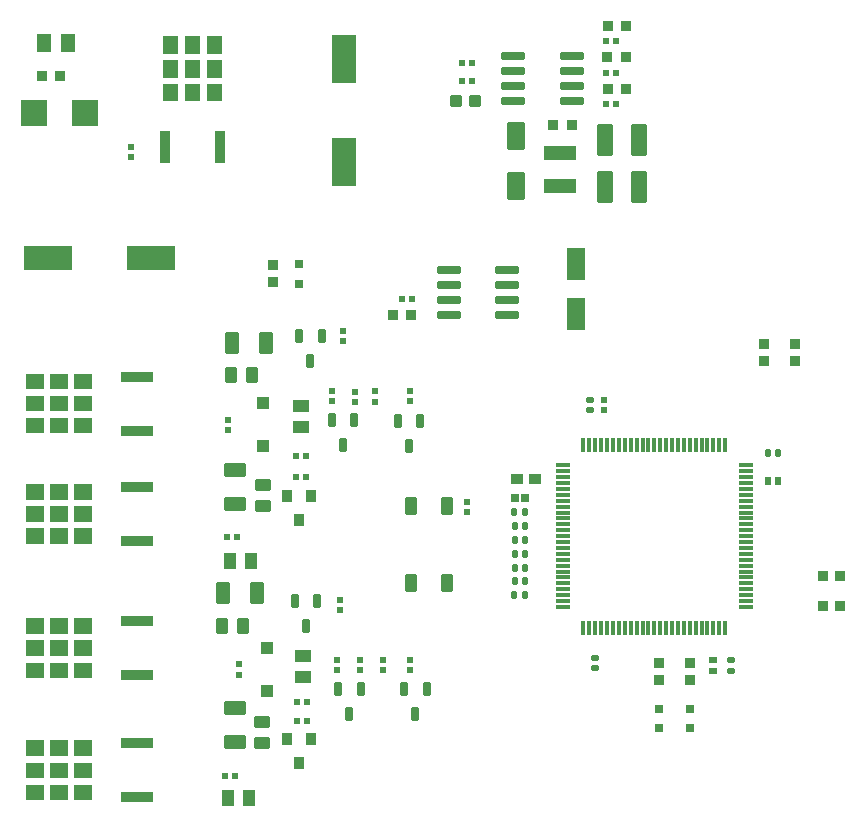
<source format=gtp>
G04*
G04 #@! TF.GenerationSoftware,Altium Limited,Altium Designer,24.2.2 (26)*
G04*
G04 Layer_Color=8421504*
%FSLAX44Y44*%
%MOMM*%
G71*
G04*
G04 #@! TF.SameCoordinates,F3FA609E-1BF8-4CEC-B42F-6BA8E99BA353*
G04*
G04*
G04 #@! TF.FilePolarity,Positive*
G04*
G01*
G75*
%ADD19R,0.3200X1.2000*%
%ADD20R,1.2000X0.3200*%
%ADD21R,1.0000X1.0000*%
%ADD22R,1.2500X1.5000*%
%ADD23R,2.8300X0.9700*%
%ADD24R,0.9700X2.8300*%
G04:AMPARAMS|DCode=25|XSize=1.55mm|YSize=1mm|CornerRadius=0.125mm|HoleSize=0mm|Usage=FLASHONLY|Rotation=270.000|XOffset=0mm|YOffset=0mm|HoleType=Round|Shape=RoundedRectangle|*
%AMROUNDEDRECTD25*
21,1,1.5500,0.7500,0,0,270.0*
21,1,1.3000,1.0000,0,0,270.0*
1,1,0.2500,-0.3750,-0.6500*
1,1,0.2500,-0.3750,0.6500*
1,1,0.2500,0.3750,0.6500*
1,1,0.2500,0.3750,-0.6500*
%
%ADD25ROUNDEDRECTD25*%
%ADD26R,0.8000X0.8000*%
%ADD27R,0.5600X0.6000*%
%ADD28R,0.6000X0.5600*%
G04:AMPARAMS|DCode=29|XSize=1.97mm|YSize=0.6mm|CornerRadius=0.075mm|HoleSize=0mm|Usage=FLASHONLY|Rotation=180.000|XOffset=0mm|YOffset=0mm|HoleType=Round|Shape=RoundedRectangle|*
%AMROUNDEDRECTD29*
21,1,1.9700,0.4500,0,0,180.0*
21,1,1.8200,0.6000,0,0,180.0*
1,1,0.1500,-0.9100,0.2250*
1,1,0.1500,0.9100,0.2250*
1,1,0.1500,0.9100,-0.2250*
1,1,0.1500,-0.9100,-0.2250*
%
%ADD29ROUNDEDRECTD29*%
%ADD30R,2.7200X1.3000*%
%ADD31R,1.0000X0.9700*%
G04:AMPARAMS|DCode=32|XSize=1.23mm|YSize=0.6mm|CornerRadius=0.15mm|HoleSize=0mm|Usage=FLASHONLY|Rotation=270.000|XOffset=0mm|YOffset=0mm|HoleType=Round|Shape=RoundedRectangle|*
%AMROUNDEDRECTD32*
21,1,1.2300,0.3000,0,0,270.0*
21,1,0.9300,0.6000,0,0,270.0*
1,1,0.3000,-0.1500,-0.4650*
1,1,0.3000,-0.1500,0.4650*
1,1,0.3000,0.1500,0.4650*
1,1,0.3000,0.1500,-0.4650*
%
%ADD32ROUNDEDRECTD32*%
%ADD33R,2.2800X2.2800*%
%ADD34R,0.9500X0.9500*%
%ADD35R,0.9500X0.9500*%
%ADD36R,1.3500X1.0000*%
%ADD37R,1.0000X1.3500*%
%ADD38R,1.6000X2.8000*%
%ADD39R,0.8500X1.0000*%
G04:AMPARAMS|DCode=40|XSize=2.33mm|YSize=1.55mm|CornerRadius=0.1938mm|HoleSize=0mm|Usage=FLASHONLY|Rotation=270.000|XOffset=0mm|YOffset=0mm|HoleType=Round|Shape=RoundedRectangle|*
%AMROUNDEDRECTD40*
21,1,2.3300,1.1625,0,0,270.0*
21,1,1.9425,1.5500,0,0,270.0*
1,1,0.3875,-0.5813,-0.9712*
1,1,0.3875,-0.5813,0.9712*
1,1,0.3875,0.5813,0.9712*
1,1,0.3875,0.5813,-0.9712*
%
%ADD40ROUNDEDRECTD40*%
G04:AMPARAMS|DCode=41|XSize=1.37mm|YSize=2.72mm|CornerRadius=0.1713mm|HoleSize=0mm|Usage=FLASHONLY|Rotation=180.000|XOffset=0mm|YOffset=0mm|HoleType=Round|Shape=RoundedRectangle|*
%AMROUNDEDRECTD41*
21,1,1.3700,2.3775,0,0,180.0*
21,1,1.0275,2.7200,0,0,180.0*
1,1,0.3425,-0.5138,1.1888*
1,1,0.3425,0.5138,1.1888*
1,1,0.3425,0.5138,-1.1888*
1,1,0.3425,-0.5138,-1.1888*
%
%ADD41ROUNDEDRECTD41*%
G04:AMPARAMS|DCode=42|XSize=1.05mm|YSize=1.38mm|CornerRadius=0.1313mm|HoleSize=0mm|Usage=FLASHONLY|Rotation=180.000|XOffset=0mm|YOffset=0mm|HoleType=Round|Shape=RoundedRectangle|*
%AMROUNDEDRECTD42*
21,1,1.0500,1.1175,0,0,180.0*
21,1,0.7875,1.3800,0,0,180.0*
1,1,0.2625,-0.3938,0.5587*
1,1,0.2625,0.3938,0.5587*
1,1,0.2625,0.3938,-0.5587*
1,1,0.2625,-0.3938,-0.5587*
%
%ADD42ROUNDEDRECTD42*%
G04:AMPARAMS|DCode=43|XSize=1.05mm|YSize=1.38mm|CornerRadius=0.1313mm|HoleSize=0mm|Usage=FLASHONLY|Rotation=90.000|XOffset=0mm|YOffset=0mm|HoleType=Round|Shape=RoundedRectangle|*
%AMROUNDEDRECTD43*
21,1,1.0500,1.1175,0,0,90.0*
21,1,0.7875,1.3800,0,0,90.0*
1,1,0.2625,0.5587,0.3938*
1,1,0.2625,0.5587,-0.3938*
1,1,0.2625,-0.5587,-0.3938*
1,1,0.2625,-0.5587,0.3938*
%
%ADD43ROUNDEDRECTD43*%
%ADD44R,2.0000X4.1000*%
%ADD45R,4.1000X2.0000*%
G04:AMPARAMS|DCode=46|XSize=0.54mm|YSize=0.6mm|CornerRadius=0.0675mm|HoleSize=0mm|Usage=FLASHONLY|Rotation=0.000|XOffset=0mm|YOffset=0mm|HoleType=Round|Shape=RoundedRectangle|*
%AMROUNDEDRECTD46*
21,1,0.5400,0.4650,0,0,0.0*
21,1,0.4050,0.6000,0,0,0.0*
1,1,0.1350,0.2025,-0.2325*
1,1,0.1350,-0.2025,-0.2325*
1,1,0.1350,-0.2025,0.2325*
1,1,0.1350,0.2025,0.2325*
%
%ADD46ROUNDEDRECTD46*%
G04:AMPARAMS|DCode=47|XSize=0.54mm|YSize=0.6mm|CornerRadius=0.0675mm|HoleSize=0mm|Usage=FLASHONLY|Rotation=90.000|XOffset=0mm|YOffset=0mm|HoleType=Round|Shape=RoundedRectangle|*
%AMROUNDEDRECTD47*
21,1,0.5400,0.4650,0,0,90.0*
21,1,0.4050,0.6000,0,0,90.0*
1,1,0.1350,0.2325,0.2025*
1,1,0.1350,0.2325,-0.2025*
1,1,0.1350,-0.2325,-0.2025*
1,1,0.1350,-0.2325,0.2025*
%
%ADD47ROUNDEDRECTD47*%
G04:AMPARAMS|DCode=48|XSize=0.94mm|YSize=1.02mm|CornerRadius=0.1175mm|HoleSize=0mm|Usage=FLASHONLY|Rotation=0.000|XOffset=0mm|YOffset=0mm|HoleType=Round|Shape=RoundedRectangle|*
%AMROUNDEDRECTD48*
21,1,0.9400,0.7850,0,0,0.0*
21,1,0.7050,1.0200,0,0,0.0*
1,1,0.2350,0.3525,-0.3925*
1,1,0.2350,-0.3525,-0.3925*
1,1,0.2350,-0.3525,0.3925*
1,1,0.2350,0.3525,0.3925*
%
%ADD48ROUNDEDRECTD48*%
G04:AMPARAMS|DCode=49|XSize=0.87mm|YSize=0.93mm|CornerRadius=0.1088mm|HoleSize=0mm|Usage=FLASHONLY|Rotation=0.000|XOffset=0mm|YOffset=0mm|HoleType=Round|Shape=RoundedRectangle|*
%AMROUNDEDRECTD49*
21,1,0.8700,0.7125,0,0,0.0*
21,1,0.6525,0.9300,0,0,0.0*
1,1,0.2175,0.3263,-0.3563*
1,1,0.2175,-0.3263,-0.3563*
1,1,0.2175,-0.3263,0.3563*
1,1,0.2175,0.3263,0.3563*
%
%ADD49ROUNDEDRECTD49*%
G04:AMPARAMS|DCode=50|XSize=0.64mm|YSize=0.72mm|CornerRadius=0.08mm|HoleSize=0mm|Usage=FLASHONLY|Rotation=0.000|XOffset=0mm|YOffset=0mm|HoleType=Round|Shape=RoundedRectangle|*
%AMROUNDEDRECTD50*
21,1,0.6400,0.5600,0,0,0.0*
21,1,0.4800,0.7200,0,0,0.0*
1,1,0.1600,0.2400,-0.2800*
1,1,0.1600,-0.2400,-0.2800*
1,1,0.1600,-0.2400,0.2800*
1,1,0.1600,0.2400,0.2800*
%
%ADD50ROUNDEDRECTD50*%
G04:AMPARAMS|DCode=51|XSize=0.56mm|YSize=0.63mm|CornerRadius=0.07mm|HoleSize=0mm|Usage=FLASHONLY|Rotation=180.000|XOffset=0mm|YOffset=0mm|HoleType=Round|Shape=RoundedRectangle|*
%AMROUNDEDRECTD51*
21,1,0.5600,0.4900,0,0,180.0*
21,1,0.4200,0.6300,0,0,180.0*
1,1,0.1400,-0.2100,0.2450*
1,1,0.1400,0.2100,0.2450*
1,1,0.1400,0.2100,-0.2450*
1,1,0.1400,-0.2100,-0.2450*
%
%ADD51ROUNDEDRECTD51*%
G04:AMPARAMS|DCode=52|XSize=0.56mm|YSize=0.63mm|CornerRadius=0.07mm|HoleSize=0mm|Usage=FLASHONLY|Rotation=90.000|XOffset=0mm|YOffset=0mm|HoleType=Round|Shape=RoundedRectangle|*
%AMROUNDEDRECTD52*
21,1,0.5600,0.4900,0,0,90.0*
21,1,0.4200,0.6300,0,0,90.0*
1,1,0.1400,0.2450,0.2100*
1,1,0.1400,0.2450,-0.2100*
1,1,0.1400,-0.2450,-0.2100*
1,1,0.1400,-0.2450,0.2100*
%
%ADD52ROUNDEDRECTD52*%
G04:AMPARAMS|DCode=53|XSize=1.2mm|YSize=1.82mm|CornerRadius=0.15mm|HoleSize=0mm|Usage=FLASHONLY|Rotation=180.000|XOffset=0mm|YOffset=0mm|HoleType=Round|Shape=RoundedRectangle|*
%AMROUNDEDRECTD53*
21,1,1.2000,1.5200,0,0,180.0*
21,1,0.9000,1.8200,0,0,180.0*
1,1,0.3000,-0.4500,0.7600*
1,1,0.3000,0.4500,0.7600*
1,1,0.3000,0.4500,-0.7600*
1,1,0.3000,-0.4500,-0.7600*
%
%ADD53ROUNDEDRECTD53*%
G04:AMPARAMS|DCode=54|XSize=1.2mm|YSize=1.82mm|CornerRadius=0.15mm|HoleSize=0mm|Usage=FLASHONLY|Rotation=270.000|XOffset=0mm|YOffset=0mm|HoleType=Round|Shape=RoundedRectangle|*
%AMROUNDEDRECTD54*
21,1,1.2000,1.5200,0,0,270.0*
21,1,0.9000,1.8200,0,0,270.0*
1,1,0.3000,-0.7600,-0.4500*
1,1,0.3000,-0.7600,0.4500*
1,1,0.3000,0.7600,0.4500*
1,1,0.3000,0.7600,-0.4500*
%
%ADD54ROUNDEDRECTD54*%
G36*
X815350Y1093100D02*
X802250D01*
Y1107700D01*
X815350D01*
Y1093100D01*
D02*
G37*
G36*
X796550D02*
X783450D01*
Y1107700D01*
X796550D01*
Y1093100D01*
D02*
G37*
G36*
X777750D02*
X764650D01*
Y1107700D01*
X777750D01*
Y1093100D01*
D02*
G37*
G36*
X815350Y1072800D02*
X802250D01*
Y1087400D01*
X815350D01*
Y1072800D01*
D02*
G37*
G36*
X796550D02*
X783450D01*
Y1087400D01*
X796550D01*
Y1072800D01*
D02*
G37*
G36*
X777750D02*
X764650D01*
Y1087400D01*
X777750D01*
Y1072800D01*
D02*
G37*
G36*
X815350Y1052500D02*
X802250D01*
Y1067100D01*
X815350D01*
Y1052500D01*
D02*
G37*
G36*
X796550D02*
X783450D01*
Y1067100D01*
X796550D01*
Y1052500D01*
D02*
G37*
G36*
X777750D02*
X764650D01*
Y1067100D01*
X777750D01*
Y1052500D01*
D02*
G37*
G36*
X704500Y809000D02*
X689900D01*
Y822100D01*
X704500D01*
Y809000D01*
D02*
G37*
G36*
X684200D02*
X669600D01*
Y822100D01*
X684200D01*
Y809000D01*
D02*
G37*
G36*
X663900D02*
X649300D01*
Y822100D01*
X663900D01*
Y809000D01*
D02*
G37*
G36*
X704500Y790200D02*
X689900D01*
Y803300D01*
X704500D01*
Y790200D01*
D02*
G37*
G36*
X684200D02*
X669600D01*
Y803300D01*
X684200D01*
Y790200D01*
D02*
G37*
G36*
X663900D02*
X649300D01*
Y803300D01*
X663900D01*
Y790200D01*
D02*
G37*
G36*
X704500Y771400D02*
X689900D01*
Y784500D01*
X704500D01*
Y771400D01*
D02*
G37*
G36*
X684200D02*
X669600D01*
Y784500D01*
X684200D01*
Y771400D01*
D02*
G37*
G36*
X663900D02*
X649300D01*
Y784500D01*
X663900D01*
Y771400D01*
D02*
G37*
G36*
X704500Y715500D02*
X689900D01*
Y728600D01*
X704500D01*
Y715500D01*
D02*
G37*
G36*
X684200D02*
X669600D01*
Y728600D01*
X684200D01*
Y715500D01*
D02*
G37*
G36*
X663900D02*
X649300D01*
Y728600D01*
X663900D01*
Y715500D01*
D02*
G37*
G36*
X704500Y696700D02*
X689900D01*
Y709800D01*
X704500D01*
Y696700D01*
D02*
G37*
G36*
X684200D02*
X669600D01*
Y709800D01*
X684200D01*
Y696700D01*
D02*
G37*
G36*
X663900D02*
X649300D01*
Y709800D01*
X663900D01*
Y696700D01*
D02*
G37*
G36*
X704500Y677900D02*
X689900D01*
Y691000D01*
X704500D01*
Y677900D01*
D02*
G37*
G36*
X684200D02*
X669600D01*
Y691000D01*
X684200D01*
Y677900D01*
D02*
G37*
G36*
X663900D02*
X649300D01*
Y691000D01*
X663900D01*
Y677900D01*
D02*
G37*
G36*
X704500Y602000D02*
X689900D01*
Y615100D01*
X704500D01*
Y602000D01*
D02*
G37*
G36*
X684200D02*
X669600D01*
Y615100D01*
X684200D01*
Y602000D01*
D02*
G37*
G36*
X663900D02*
X649300D01*
Y615100D01*
X663900D01*
Y602000D01*
D02*
G37*
G36*
X704500Y583200D02*
X689900D01*
Y596300D01*
X704500D01*
Y583200D01*
D02*
G37*
G36*
X684200D02*
X669600D01*
Y596300D01*
X684200D01*
Y583200D01*
D02*
G37*
G36*
X663900D02*
X649300D01*
Y596300D01*
X663900D01*
Y583200D01*
D02*
G37*
G36*
X704500Y564400D02*
X689900D01*
Y577500D01*
X704500D01*
Y564400D01*
D02*
G37*
G36*
X684200D02*
X669600D01*
Y577500D01*
X684200D01*
Y564400D01*
D02*
G37*
G36*
X663900D02*
X649300D01*
Y577500D01*
X663900D01*
Y564400D01*
D02*
G37*
G36*
X704500Y498500D02*
X689900D01*
Y511600D01*
X704500D01*
Y498500D01*
D02*
G37*
G36*
X684200D02*
X669600D01*
Y511600D01*
X684200D01*
Y498500D01*
D02*
G37*
G36*
X663900D02*
X649300D01*
Y511600D01*
X663900D01*
Y498500D01*
D02*
G37*
G36*
X704500Y479700D02*
X689900D01*
Y492800D01*
X704500D01*
Y479700D01*
D02*
G37*
G36*
X684200D02*
X669600D01*
Y492800D01*
X684200D01*
Y479700D01*
D02*
G37*
G36*
X663900D02*
X649300D01*
Y492800D01*
X663900D01*
Y479700D01*
D02*
G37*
G36*
X704500Y460900D02*
X689900D01*
Y474000D01*
X704500D01*
Y460900D01*
D02*
G37*
G36*
X684200D02*
X669600D01*
Y474000D01*
X684200D01*
Y460900D01*
D02*
G37*
G36*
X663900D02*
X649300D01*
Y474000D01*
X663900D01*
Y460900D01*
D02*
G37*
D19*
X1121000Y762000D02*
D03*
X1126000D02*
D03*
X1131000D02*
D03*
X1136000D02*
D03*
X1141000D02*
D03*
X1146000D02*
D03*
X1151000D02*
D03*
X1156000D02*
D03*
X1161000D02*
D03*
X1166000D02*
D03*
X1171000D02*
D03*
X1176000D02*
D03*
X1181000D02*
D03*
X1186000D02*
D03*
X1191000D02*
D03*
X1196000D02*
D03*
X1201000D02*
D03*
X1206000D02*
D03*
X1211000D02*
D03*
X1216000D02*
D03*
X1221000D02*
D03*
X1226000D02*
D03*
X1231000D02*
D03*
X1236000D02*
D03*
X1241000D02*
D03*
Y607000D02*
D03*
X1236000D02*
D03*
X1231000D02*
D03*
X1226000D02*
D03*
X1221000D02*
D03*
X1216000D02*
D03*
X1211000D02*
D03*
X1206000D02*
D03*
X1201000D02*
D03*
X1196000D02*
D03*
X1191000D02*
D03*
X1186000D02*
D03*
X1181000D02*
D03*
X1176000D02*
D03*
X1171000D02*
D03*
X1166000D02*
D03*
X1161000D02*
D03*
X1156000D02*
D03*
X1151000D02*
D03*
X1146000D02*
D03*
X1141000D02*
D03*
X1136000D02*
D03*
X1131000D02*
D03*
X1126000D02*
D03*
X1121000D02*
D03*
D20*
X1258500Y744500D02*
D03*
Y739500D02*
D03*
Y734500D02*
D03*
Y729500D02*
D03*
Y724500D02*
D03*
Y719500D02*
D03*
Y714500D02*
D03*
Y709500D02*
D03*
Y704500D02*
D03*
Y699500D02*
D03*
Y694500D02*
D03*
Y689500D02*
D03*
Y684500D02*
D03*
Y679500D02*
D03*
Y674500D02*
D03*
Y669500D02*
D03*
Y664500D02*
D03*
Y659500D02*
D03*
Y654500D02*
D03*
Y649500D02*
D03*
Y644500D02*
D03*
Y639500D02*
D03*
Y634500D02*
D03*
Y629500D02*
D03*
Y624500D02*
D03*
X1103500D02*
D03*
Y629500D02*
D03*
Y634500D02*
D03*
Y639500D02*
D03*
Y644500D02*
D03*
Y649500D02*
D03*
Y654500D02*
D03*
Y659500D02*
D03*
Y664500D02*
D03*
Y669500D02*
D03*
Y674500D02*
D03*
Y679500D02*
D03*
Y684500D02*
D03*
Y689500D02*
D03*
Y694500D02*
D03*
Y699500D02*
D03*
Y704500D02*
D03*
Y709500D02*
D03*
Y714500D02*
D03*
Y719500D02*
D03*
Y724500D02*
D03*
Y729500D02*
D03*
Y734500D02*
D03*
Y739500D02*
D03*
Y744500D02*
D03*
D21*
X849751Y797000D02*
D03*
Y760500D02*
D03*
X853250Y553000D02*
D03*
Y589500D02*
D03*
D22*
X684500Y1102000D02*
D03*
X664000D02*
D03*
D23*
X743400Y773850D02*
D03*
Y819650D02*
D03*
Y566850D02*
D03*
Y612650D02*
D03*
Y463350D02*
D03*
Y509150D02*
D03*
Y680350D02*
D03*
Y726150D02*
D03*
D24*
X767100Y1013600D02*
D03*
X812900D02*
D03*
D25*
X1005250Y644972D02*
D03*
X975278Y710250D02*
D03*
X1005250D02*
D03*
X975278Y645226D02*
D03*
D26*
X880000Y898000D02*
D03*
Y914500D02*
D03*
X1185000Y521750D02*
D03*
Y538250D02*
D03*
X1211250Y522000D02*
D03*
Y538500D02*
D03*
D27*
X1148450Y1050500D02*
D03*
X1139750D02*
D03*
X1026750Y1084750D02*
D03*
X1018050D02*
D03*
X1139650Y1076250D02*
D03*
X1148350D02*
D03*
X1139650Y1103500D02*
D03*
X1148350D02*
D03*
X976200Y885350D02*
D03*
X967500D02*
D03*
X877401Y734500D02*
D03*
X886101D02*
D03*
X878051Y528000D02*
D03*
X886751D02*
D03*
X877401Y752750D02*
D03*
X886101D02*
D03*
X886850Y544000D02*
D03*
X878150D02*
D03*
X827851Y684000D02*
D03*
X819151D02*
D03*
X817646Y481750D02*
D03*
X826346D02*
D03*
X1026850Y1070250D02*
D03*
X1018150D02*
D03*
D28*
X1138750Y799850D02*
D03*
Y791150D02*
D03*
X1022750Y713750D02*
D03*
Y705050D02*
D03*
X820001Y782850D02*
D03*
Y774150D02*
D03*
X829751Y575850D02*
D03*
Y567150D02*
D03*
X917501Y858350D02*
D03*
Y849650D02*
D03*
X914501Y621650D02*
D03*
Y630350D02*
D03*
X927251Y798150D02*
D03*
Y806850D02*
D03*
X944501Y798400D02*
D03*
Y807100D02*
D03*
X951085Y571050D02*
D03*
Y579750D02*
D03*
X931668Y579850D02*
D03*
Y571150D02*
D03*
X908251Y798900D02*
D03*
Y807600D02*
D03*
X912251Y579850D02*
D03*
Y571150D02*
D03*
X974500Y570900D02*
D03*
Y579600D02*
D03*
Y798650D02*
D03*
Y807350D02*
D03*
X737500Y1013850D02*
D03*
Y1005150D02*
D03*
D29*
X1007000Y871950D02*
D03*
Y884650D02*
D03*
Y897350D02*
D03*
Y910050D02*
D03*
X1056500D02*
D03*
Y897350D02*
D03*
Y884650D02*
D03*
Y871950D02*
D03*
X1110950Y1053200D02*
D03*
Y1065900D02*
D03*
Y1078600D02*
D03*
Y1091300D02*
D03*
X1061550D02*
D03*
Y1078600D02*
D03*
Y1065900D02*
D03*
Y1053200D02*
D03*
D30*
X1101250Y1008850D02*
D03*
Y980650D02*
D03*
D31*
X1064900Y732750D02*
D03*
X1079600D02*
D03*
D32*
X889751Y832900D02*
D03*
X880251Y854100D02*
D03*
X899251D02*
D03*
X886001Y608400D02*
D03*
X876501Y629600D02*
D03*
X895501D02*
D03*
X922751Y534150D02*
D03*
X913251Y555350D02*
D03*
X932251D02*
D03*
X917251Y761550D02*
D03*
X907751Y782750D02*
D03*
X926751D02*
D03*
X978751Y533650D02*
D03*
X969251Y554850D02*
D03*
X988251D02*
D03*
X973251Y760900D02*
D03*
X963751Y782100D02*
D03*
X982751D02*
D03*
D33*
X655850Y1043000D02*
D03*
X699090D02*
D03*
D34*
X858000Y899250D02*
D03*
Y913750D02*
D03*
X1211000Y577250D02*
D03*
Y562750D02*
D03*
X1185000Y577250D02*
D03*
Y562750D02*
D03*
X1273500Y832750D02*
D03*
Y847250D02*
D03*
X1299750Y832750D02*
D03*
Y847250D02*
D03*
D35*
X1323500Y625250D02*
D03*
X1338000D02*
D03*
X1323500Y651000D02*
D03*
X1338000D02*
D03*
D36*
X881750Y776750D02*
D03*
Y794496D02*
D03*
X883250Y583000D02*
D03*
Y565254D02*
D03*
D37*
X821501Y663500D02*
D03*
X839247D02*
D03*
X837746Y462500D02*
D03*
X820000D02*
D03*
D38*
X1114250Y915250D02*
D03*
Y872250D02*
D03*
D39*
X870401Y513000D02*
D03*
X890001D02*
D03*
X880201Y492000D02*
D03*
X870401Y718750D02*
D03*
X890001D02*
D03*
X880201Y697750D02*
D03*
D40*
X1063500Y1023600D02*
D03*
Y980900D02*
D03*
D41*
X1167960Y1019750D02*
D03*
X1139540D02*
D03*
X1167960Y979750D02*
D03*
X1139540D02*
D03*
D42*
X840381Y820750D02*
D03*
X822621D02*
D03*
X832630Y608250D02*
D03*
X814870D02*
D03*
D43*
X849001Y509120D02*
D03*
Y526880D02*
D03*
X850001Y727880D02*
D03*
Y710120D02*
D03*
D44*
X918000Y1001500D02*
D03*
Y1088500D02*
D03*
D45*
X754750Y920000D02*
D03*
X667750D02*
D03*
D46*
X1062680Y646214D02*
D03*
X1071320D02*
D03*
X1062680Y657929D02*
D03*
X1071320D02*
D03*
X1062430Y704786D02*
D03*
X1071070D02*
D03*
X1062680Y693072D02*
D03*
X1071320D02*
D03*
X1285500Y755000D02*
D03*
X1276860D02*
D03*
X1062680Y669643D02*
D03*
X1071320D02*
D03*
X1071070Y634500D02*
D03*
X1062430D02*
D03*
X1071320Y681357D02*
D03*
X1062680D02*
D03*
D47*
X1131000Y572860D02*
D03*
Y581500D02*
D03*
X1246000Y570680D02*
D03*
Y579320D02*
D03*
X1126500Y799820D02*
D03*
Y791180D02*
D03*
D48*
X1029000Y1053250D02*
D03*
X1013200D02*
D03*
D49*
X1141550Y1063250D02*
D03*
X1157150D02*
D03*
X1141400Y1116500D02*
D03*
X1157000D02*
D03*
X1111050Y1032250D02*
D03*
X1095450D02*
D03*
X662200Y1074250D02*
D03*
X677800D02*
D03*
X1156800Y1090500D02*
D03*
X1141200D02*
D03*
X959450Y871350D02*
D03*
X975050D02*
D03*
D50*
X1071640Y717000D02*
D03*
X1062860D02*
D03*
D51*
X1285530Y731250D02*
D03*
X1276830D02*
D03*
D52*
X1231000Y570650D02*
D03*
Y579350D02*
D03*
D53*
X852601Y848250D02*
D03*
X823401D02*
D03*
X844600Y636251D02*
D03*
X815400D02*
D03*
D54*
X825751Y740600D02*
D03*
Y711400D02*
D03*
X825751Y509900D02*
D03*
Y539100D02*
D03*
M02*

</source>
